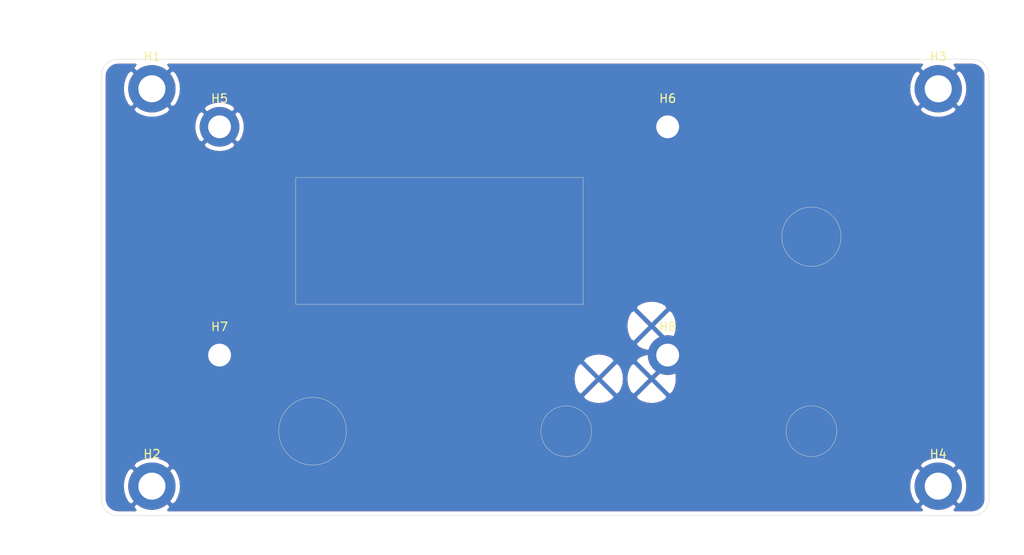
<source format=kicad_pcb>
(kicad_pcb (version 20171130) (host pcbnew 5.1.6-c6e7f7d~86~ubuntu18.04.1)

  (general
    (thickness 1.6)
    (drawings 72)
    (tracks 0)
    (zones 0)
    (modules 8)
    (nets 2)
  )

  (page A4)
  (layers
    (0 F.Cu signal)
    (31 B.Cu signal)
    (32 B.Adhes user)
    (33 F.Adhes user)
    (34 B.Paste user)
    (35 F.Paste user)
    (36 B.SilkS user)
    (37 F.SilkS user)
    (38 B.Mask user)
    (39 F.Mask user)
    (40 Dwgs.User user)
    (41 Cmts.User user)
    (42 Eco1.User user)
    (43 Eco2.User user)
    (44 Edge.Cuts user)
    (45 Margin user)
    (46 B.CrtYd user)
    (47 F.CrtYd user)
    (48 B.Fab user)
    (49 F.Fab user)
  )

  (setup
    (last_trace_width 0.25)
    (trace_clearance 0.2)
    (zone_clearance 0.508)
    (zone_45_only no)
    (trace_min 0.2)
    (via_size 0.8)
    (via_drill 0.4)
    (via_min_size 0.4)
    (via_min_drill 0.3)
    (uvia_size 0.3)
    (uvia_drill 0.1)
    (uvias_allowed no)
    (uvia_min_size 0.2)
    (uvia_min_drill 0.1)
    (edge_width 0.05)
    (segment_width 0.2)
    (pcb_text_width 0.3)
    (pcb_text_size 1.5 1.5)
    (mod_edge_width 0.12)
    (mod_text_size 1 1)
    (mod_text_width 0.15)
    (pad_size 1.524 1.524)
    (pad_drill 0.762)
    (pad_to_mask_clearance 0.05)
    (aux_axis_origin 180 100)
    (grid_origin 180 100)
    (visible_elements FFFFFF7F)
    (pcbplotparams
      (layerselection 0x010fc_ffffffff)
      (usegerberextensions false)
      (usegerberattributes true)
      (usegerberadvancedattributes true)
      (creategerberjobfile true)
      (excludeedgelayer true)
      (linewidth 0.100000)
      (plotframeref false)
      (viasonmask false)
      (mode 1)
      (useauxorigin false)
      (hpglpennumber 1)
      (hpglpenspeed 20)
      (hpglpendiameter 15.000000)
      (psnegative false)
      (psa4output false)
      (plotreference true)
      (plotvalue true)
      (plotinvisibletext false)
      (padsonsilk false)
      (subtractmaskfromsilk false)
      (outputformat 1)
      (mirror false)
      (drillshape 1)
      (scaleselection 1)
      (outputdirectory ""))
  )

  (net 0 "")
  (net 1 GND)

  (net_class Default "This is the default net class."
    (clearance 0.2)
    (trace_width 0.25)
    (via_dia 0.8)
    (via_drill 0.4)
    (uvia_dia 0.3)
    (uvia_drill 0.1)
    (add_net GND)
  )

  (module MountingHole:MountingHole_2.7mm_M2.5_DIN965_Pad (layer F.Cu) (tedit 56D1B4CB) (tstamp 5EED28D8)
    (at 142 81)
    (descr "Mounting Hole 2.7mm, M2.5, DIN965")
    (tags "mounting hole 2.7mm m2.5 din965")
    (path /5EECE4D0)
    (attr virtual)
    (fp_text reference H8 (at 0 -3.35) (layer F.SilkS)
      (effects (font (size 1 1) (thickness 0.15)))
    )
    (fp_text value LCD4 (at 0 3.35) (layer F.Fab)
      (effects (font (size 1 1) (thickness 0.15)))
    )
    (fp_text user %R (at 0.3 0) (layer F.Fab)
      (effects (font (size 1 1) (thickness 0.15)))
    )
    (fp_circle (center 0 0) (end 2.35 0) (layer Cmts.User) (width 0.15))
    (fp_circle (center 0 0) (end 2.6 0) (layer F.CrtYd) (width 0.05))
    (pad 1 thru_hole circle (at 0 0) (size 4.7 4.7) (drill 2.7) (layers *.Cu *.Mask)
      (net 1 GND))
  )

  (module MountingHole:MountingHole_2.7mm_M2.5_DIN965_Pad (layer F.Cu) (tedit 56D1B4CB) (tstamp 5EED28D0)
    (at 89 81)
    (descr "Mounting Hole 2.7mm, M2.5, DIN965")
    (tags "mounting hole 2.7mm m2.5 din965")
    (path /5EECE4C6)
    (attr virtual)
    (fp_text reference H7 (at 0 -3.35) (layer F.SilkS)
      (effects (font (size 1 1) (thickness 0.15)))
    )
    (fp_text value LCD3 (at 0 3.35) (layer F.Fab)
      (effects (font (size 1 1) (thickness 0.15)))
    )
    (fp_text user %R (at 0.3 0) (layer F.Fab)
      (effects (font (size 1 1) (thickness 0.15)))
    )
    (fp_circle (center 0 0) (end 2.35 0) (layer Cmts.User) (width 0.15))
    (fp_circle (center 0 0) (end 2.6 0) (layer F.CrtYd) (width 0.05))
    (pad 1 thru_hole circle (at 0 0) (size 4.7 4.7) (drill 2.7) (layers *.Cu *.Mask)
      (net 1 GND))
  )

  (module MountingHole:MountingHole_2.7mm_M2.5_DIN965_Pad (layer F.Cu) (tedit 56D1B4CB) (tstamp 5EED28C8)
    (at 142 54)
    (descr "Mounting Hole 2.7mm, M2.5, DIN965")
    (tags "mounting hole 2.7mm m2.5 din965")
    (path /5EECE4BC)
    (attr virtual)
    (fp_text reference H6 (at 0 -3.35) (layer F.SilkS)
      (effects (font (size 1 1) (thickness 0.15)))
    )
    (fp_text value LCD2 (at 0 3.35) (layer F.Fab)
      (effects (font (size 1 1) (thickness 0.15)))
    )
    (fp_text user %R (at 0.3 0) (layer F.Fab)
      (effects (font (size 1 1) (thickness 0.15)))
    )
    (fp_circle (center 0 0) (end 2.35 0) (layer Cmts.User) (width 0.15))
    (fp_circle (center 0 0) (end 2.6 0) (layer F.CrtYd) (width 0.05))
    (pad 1 thru_hole circle (at 0 0) (size 4.7 4.7) (drill 2.7) (layers *.Cu *.Mask)
      (net 1 GND))
  )

  (module MountingHole:MountingHole_2.7mm_M2.5_DIN965_Pad (layer F.Cu) (tedit 56D1B4CB) (tstamp 5EED28C0)
    (at 89 54)
    (descr "Mounting Hole 2.7mm, M2.5, DIN965")
    (tags "mounting hole 2.7mm m2.5 din965")
    (path /5EECE4B2)
    (attr virtual)
    (fp_text reference H5 (at 0 -3.35) (layer F.SilkS)
      (effects (font (size 1 1) (thickness 0.15)))
    )
    (fp_text value LCD1 (at 0 3.35) (layer F.Fab)
      (effects (font (size 1 1) (thickness 0.15)))
    )
    (fp_text user %R (at 0.3 0) (layer F.Fab)
      (effects (font (size 1 1) (thickness 0.15)))
    )
    (fp_circle (center 0 0) (end 2.35 0) (layer Cmts.User) (width 0.15))
    (fp_circle (center 0 0) (end 2.6 0) (layer F.CrtYd) (width 0.05))
    (pad 1 thru_hole circle (at 0 0) (size 4.7 4.7) (drill 2.7) (layers *.Cu *.Mask)
      (net 1 GND))
  )

  (module MountingHole:MountingHole_3.2mm_M3_DIN965_Pad (layer F.Cu) (tedit 56D1B4CB) (tstamp 5EED28B8)
    (at 174 96.5)
    (descr "Mounting Hole 3.2mm, M3, DIN965")
    (tags "mounting hole 3.2mm m3 din965")
    (path /5EECDEC4)
    (attr virtual)
    (fp_text reference H4 (at 0 -3.8) (layer F.SilkS)
      (effects (font (size 1 1) (thickness 0.15)))
    )
    (fp_text value PL4 (at 0 3.8) (layer F.Fab)
      (effects (font (size 1 1) (thickness 0.15)))
    )
    (fp_text user %R (at 0.3 0) (layer F.Fab)
      (effects (font (size 1 1) (thickness 0.15)))
    )
    (fp_circle (center 0 0) (end 2.8 0) (layer Cmts.User) (width 0.15))
    (fp_circle (center 0 0) (end 3.05 0) (layer F.CrtYd) (width 0.05))
    (pad 1 thru_hole circle (at 0 0) (size 5.6 5.6) (drill 3.2) (layers *.Cu *.Mask)
      (net 1 GND))
  )

  (module MountingHole:MountingHole_3.2mm_M3_DIN965_Pad (layer F.Cu) (tedit 56D1B4CB) (tstamp 5EED28B0)
    (at 174 49.5)
    (descr "Mounting Hole 3.2mm, M3, DIN965")
    (tags "mounting hole 3.2mm m3 din965")
    (path /5EECD60E)
    (attr virtual)
    (fp_text reference H3 (at 0 -3.8) (layer F.SilkS)
      (effects (font (size 1 1) (thickness 0.15)))
    )
    (fp_text value PL3 (at 0 3.8) (layer F.Fab)
      (effects (font (size 1 1) (thickness 0.15)))
    )
    (fp_text user %R (at 0.3 0) (layer F.Fab)
      (effects (font (size 1 1) (thickness 0.15)))
    )
    (fp_circle (center 0 0) (end 2.8 0) (layer Cmts.User) (width 0.15))
    (fp_circle (center 0 0) (end 3.05 0) (layer F.CrtYd) (width 0.05))
    (pad 1 thru_hole circle (at 0 0) (size 5.6 5.6) (drill 3.2) (layers *.Cu *.Mask)
      (net 1 GND))
  )

  (module MountingHole:MountingHole_3.2mm_M3_DIN965_Pad (layer F.Cu) (tedit 56D1B4CB) (tstamp 5EED28A8)
    (at 81 96.5)
    (descr "Mounting Hole 3.2mm, M3, DIN965")
    (tags "mounting hole 3.2mm m3 din965")
    (path /5EECD0F7)
    (attr virtual)
    (fp_text reference H2 (at 0 -3.8) (layer F.SilkS)
      (effects (font (size 1 1) (thickness 0.15)))
    )
    (fp_text value PL2 (at 0 3.8) (layer F.Fab)
      (effects (font (size 1 1) (thickness 0.15)))
    )
    (fp_text user %R (at 0.3 0) (layer F.Fab)
      (effects (font (size 1 1) (thickness 0.15)))
    )
    (fp_circle (center 0 0) (end 2.8 0) (layer Cmts.User) (width 0.15))
    (fp_circle (center 0 0) (end 3.05 0) (layer F.CrtYd) (width 0.05))
    (pad 1 thru_hole circle (at 0 0) (size 5.6 5.6) (drill 3.2) (layers *.Cu *.Mask)
      (net 1 GND))
  )

  (module MountingHole:MountingHole_3.2mm_M3_DIN965_Pad (layer F.Cu) (tedit 56D1B4CB) (tstamp 5EED28A0)
    (at 81 49.5)
    (descr "Mounting Hole 3.2mm, M3, DIN965")
    (tags "mounting hole 3.2mm m3 din965")
    (path /5EECCECE)
    (attr virtual)
    (fp_text reference H1 (at 0 -3.8) (layer F.SilkS)
      (effects (font (size 1 1) (thickness 0.15)))
    )
    (fp_text value PL1 (at 0 3.8) (layer F.Fab)
      (effects (font (size 1 1) (thickness 0.15)))
    )
    (fp_text user %R (at 0.3 0) (layer F.Fab)
      (effects (font (size 1 1) (thickness 0.15)))
    )
    (fp_circle (center 0 0) (end 2.8 0) (layer Cmts.User) (width 0.15))
    (fp_circle (center 0 0) (end 3.05 0) (layer F.CrtYd) (width 0.05))
    (pad 1 thru_hole circle (at 0 0) (size 5.6 5.6) (drill 3.2) (layers *.Cu *.Mask)
      (net 1 GND))
  )

  (gr_text "4 x M2.5" (at 148.5 54.5) (layer Cmts.User)
    (effects (font (size 1 1) (thickness 0.15)))
  )
  (gr_text M7 (at 159 67) (layer Cmts.User)
    (effects (font (size 1 1) (thickness 0.15)))
  )
  (gr_text M6 (at 159 90) (layer Cmts.User)
    (effects (font (size 1 1) (thickness 0.15)))
  )
  (gr_text M6 (at 130 90) (layer Cmts.User)
    (effects (font (size 1 1) (thickness 0.15)))
  )
  (gr_text M8/M9 (at 100 90) (layer Cmts.User)
    (effects (font (size 1 1) (thickness 0.15)))
  )
  (gr_line (start 116 96) (end 93 96) (layer Eco1.User) (width 0.15) (tstamp 5EED2B4E))
  (gr_line (start 116 84) (end 116 96) (layer Eco1.User) (width 0.15))
  (gr_line (start 93 84) (end 116 84) (layer Eco1.User) (width 0.15))
  (gr_line (start 124 93) (end 124 87) (layer Eco1.User) (width 0.15) (tstamp 5EED2B4D))
  (gr_line (start 136 93) (end 124 93) (layer Eco1.User) (width 0.15))
  (gr_line (start 136 87) (end 136 93) (layer Eco1.User) (width 0.15))
  (gr_line (start 124 87) (end 136 87) (layer Eco1.User) (width 0.15))
  (dimension 57 (width 0.15) (layer F.Fab)
    (gr_text "57,000 mm" (at 103.5 73.7) (layer F.Fab)
      (effects (font (size 1 1) (thickness 0.15)))
    )
    (feature1 (pts (xy 75 75) (xy 75 74.413579)))
    (feature2 (pts (xy 132 75) (xy 132 74.413579)))
    (crossbar (pts (xy 132 75) (xy 75 75)))
    (arrow1a (pts (xy 75 75) (xy 76.126504 74.413579)))
    (arrow1b (pts (xy 75 75) (xy 76.126504 75.586421)))
    (arrow2a (pts (xy 132 75) (xy 130.873496 74.413579)))
    (arrow2b (pts (xy 132 75) (xy 130.873496 75.586421)))
  )
  (dimension 25 (width 0.15) (layer F.Fab)
    (gr_text "25,000 mm" (at 127.7 87.5 270) (layer F.Fab)
      (effects (font (size 1 1) (thickness 0.15)))
    )
    (feature1 (pts (xy 132 100) (xy 128.413579 100)))
    (feature2 (pts (xy 132 75) (xy 128.413579 75)))
    (crossbar (pts (xy 129 75) (xy 129 100)))
    (arrow1a (pts (xy 129 100) (xy 128.413579 98.873496)))
    (arrow1b (pts (xy 129 100) (xy 129.586421 98.873496)))
    (arrow2a (pts (xy 129 75) (xy 128.413579 76.126504)))
    (arrow2b (pts (xy 129 75) (xy 129.586421 76.126504)))
  )
  (dimension 23 (width 0.15) (layer F.Fab)
    (gr_text "23,000 mm" (at 86.5 58.7) (layer F.Fab)
      (effects (font (size 1 1) (thickness 0.15)))
    )
    (feature1 (pts (xy 75 60) (xy 75 59.413579)))
    (feature2 (pts (xy 98 60) (xy 98 59.413579)))
    (crossbar (pts (xy 98 60) (xy 75 60)))
    (arrow1a (pts (xy 75 60) (xy 76.126504 59.413579)))
    (arrow1b (pts (xy 75 60) (xy 76.126504 60.586421)))
    (arrow2a (pts (xy 98 60) (xy 96.873496 59.413579)))
    (arrow2b (pts (xy 98 60) (xy 96.873496 60.586421)))
  )
  (dimension 40 (width 0.15) (layer F.Fab)
    (gr_text "40,000 mm" (at 130.7 80 270) (layer F.Fab) (tstamp 5EED2B92)
      (effects (font (size 1 1) (thickness 0.15)))
    )
    (feature1 (pts (xy 132 100) (xy 131.413579 100)))
    (feature2 (pts (xy 132 60) (xy 131.413579 60)))
    (crossbar (pts (xy 132 60) (xy 132 100)))
    (arrow1a (pts (xy 132 100) (xy 131.413579 98.873496)))
    (arrow1b (pts (xy 132 100) (xy 132.586421 98.873496)))
    (arrow2a (pts (xy 132 60) (xy 131.413579 61.126504)))
    (arrow2b (pts (xy 132 60) (xy 132.586421 61.126504)))
  )
  (gr_line (start 98 60) (end 98 75) (layer Edge.Cuts) (width 0.05) (tstamp 5EED2AF9))
  (gr_line (start 132 60) (end 132 75) (layer Edge.Cuts) (width 0.05) (tstamp 5EED2AF8))
  (gr_line (start 98 75) (end 132 75) (layer Edge.Cuts) (width 0.05) (tstamp 5EED2AF4))
  (gr_line (start 98 60) (end 132 60) (layer Edge.Cuts) (width 0.05))
  (gr_circle (center 130 90) (end 133 90) (layer Edge.Cuts) (width 0.05))
  (dimension 55 (width 0.15) (layer F.Fab)
    (gr_text "55,000 mm" (at 102.5 105.3) (layer F.Fab)
      (effects (font (size 1 1) (thickness 0.15)))
    )
    (feature1 (pts (xy 130 100) (xy 130 104.586421)))
    (feature2 (pts (xy 75 100) (xy 75 104.586421)))
    (crossbar (pts (xy 75 104) (xy 130 104)))
    (arrow1a (pts (xy 130 104) (xy 128.873496 104.586421)))
    (arrow1b (pts (xy 130 104) (xy 128.873496 103.413579)))
    (arrow2a (pts (xy 75 104) (xy 76.126504 104.586421)))
    (arrow2b (pts (xy 75 104) (xy 76.126504 103.413579)))
  )
  (dimension 21 (width 0.15) (layer F.Fab)
    (gr_text "21,000 mm" (at 169.5 103.299999) (layer F.Fab)
      (effects (font (size 1 1) (thickness 0.15)))
    )
    (feature1 (pts (xy 159 100) (xy 159 102.58642)))
    (feature2 (pts (xy 180 100) (xy 180 102.58642)))
    (crossbar (pts (xy 180 101.999999) (xy 159 101.999999)))
    (arrow1a (pts (xy 159 101.999999) (xy 160.126504 101.413578)))
    (arrow1b (pts (xy 159 101.999999) (xy 160.126504 102.58642)))
    (arrow2a (pts (xy 180 101.999999) (xy 178.873496 101.413578)))
    (arrow2b (pts (xy 180 101.999999) (xy 178.873496 102.58642)))
  )
  (dimension 25 (width 0.15) (layer F.Fab)
    (gr_text "25,000 mm" (at 87.5 103.3) (layer F.Fab)
      (effects (font (size 1 1) (thickness 0.15)))
    )
    (feature1 (pts (xy 100 100) (xy 100 102.586421)))
    (feature2 (pts (xy 75 100) (xy 75 102.586421)))
    (crossbar (pts (xy 75 102) (xy 100 102)))
    (arrow1a (pts (xy 100 102) (xy 98.873496 102.586421)))
    (arrow1b (pts (xy 100 102) (xy 98.873496 101.413579)))
    (arrow2a (pts (xy 75 102) (xy 76.126504 102.586421)))
    (arrow2b (pts (xy 75 102) (xy 76.126504 101.413579)))
  )
  (gr_line (start 93 84) (end 109 84) (layer Eco1.User) (width 0.15) (tstamp 5EED2AC4))
  (gr_line (start 93 96) (end 93 84) (layer Eco1.User) (width 0.15))
  (gr_line (start 109 96) (end 93 96) (layer Eco1.User) (width 0.15))
  (gr_line (start 109 84) (end 109 96) (layer Eco1.User) (width 0.15))
  (gr_circle (center 100 90) (end 104 90) (layer Edge.Cuts) (width 0.05))
  (gr_line (start 155.5 96.5) (end 162.5 96.5) (layer Eco1.User) (width 0.15))
  (gr_line (start 155.5 83.5) (end 155.5 96.5) (layer Eco1.User) (width 0.15))
  (gr_line (start 162.5 83.5) (end 155.5 83.5) (layer Eco1.User) (width 0.15))
  (gr_line (start 162.5 96.5) (end 162.5 83.5) (layer Eco1.User) (width 0.15))
  (gr_line (start 164 95.5) (end 164 97.5) (layer Eco1.User) (width 0.15) (tstamp 5EED2A91))
  (dimension 33 (width 0.15) (layer F.Fab)
    (gr_text "33,000 mm" (at 182.8 83.5 270) (layer F.Fab)
      (effects (font (size 1 1) (thickness 0.15)))
    )
    (feature1 (pts (xy 180 100) (xy 182.086421 100)))
    (feature2 (pts (xy 180 67) (xy 182.086421 67)))
    (crossbar (pts (xy 181.5 67) (xy 181.5 100)))
    (arrow1a (pts (xy 181.5 100) (xy 180.913579 98.873496)))
    (arrow1b (pts (xy 181.5 100) (xy 182.086421 98.873496)))
    (arrow2a (pts (xy 181.5 67) (xy 180.913579 68.126504)))
    (arrow2b (pts (xy 181.5 67) (xy 182.086421 68.126504)))
  )
  (dimension 10 (width 0.15) (layer F.Fab)
    (gr_text "10,000 mm" (at 72.2 95 270) (layer F.Fab) (tstamp 5EED2B14)
      (effects (font (size 1 1) (thickness 0.15)))
    )
    (feature1 (pts (xy 75 100) (xy 72.913579 100)))
    (feature2 (pts (xy 75 90) (xy 72.913579 90)))
    (crossbar (pts (xy 73.5 90) (xy 73.5 100)))
    (arrow1a (pts (xy 73.5 100) (xy 72.913579 98.873496)))
    (arrow1b (pts (xy 73.5 100) (xy 74.086421 98.873496)))
    (arrow2a (pts (xy 73.5 90) (xy 72.913579 91.126504)))
    (arrow2b (pts (xy 73.5 90) (xy 74.086421 91.126504)))
  )
  (dimension 19 (width 0.15) (layer F.Fab)
    (gr_text "19,000 mm" (at 69.2 90.5 90) (layer F.Fab)
      (effects (font (size 1 1) (thickness 0.15)))
    )
    (feature1 (pts (xy 75 81) (xy 69.913579 81)))
    (feature2 (pts (xy 75 100) (xy 69.913579 100)))
    (crossbar (pts (xy 70.5 100) (xy 70.5 81)))
    (arrow1a (pts (xy 70.5 81) (xy 71.086421 82.126504)))
    (arrow1b (pts (xy 70.5 81) (xy 69.913579 82.126504)))
    (arrow2a (pts (xy 70.5 100) (xy 71.086421 98.873496)))
    (arrow2b (pts (xy 70.5 100) (xy 69.913579 98.873496)))
  )
  (dimension 67 (width 0.15) (layer F.Fab)
    (gr_text "67,000 mm" (at 108.5 39.7) (layer F.Fab)
      (effects (font (size 1 1) (thickness 0.15)))
    )
    (feature1 (pts (xy 142 46) (xy 142 40.413579)))
    (feature2 (pts (xy 75 46) (xy 75 40.413579)))
    (crossbar (pts (xy 75 41) (xy 142 41)))
    (arrow1a (pts (xy 142 41) (xy 140.873496 41.586421)))
    (arrow1b (pts (xy 142 41) (xy 140.873496 40.413579)))
    (arrow2a (pts (xy 75 41) (xy 76.126504 41.586421)))
    (arrow2b (pts (xy 75 41) (xy 76.126504 40.413579)))
  )
  (dimension 46 (width 0.15) (layer F.Fab)
    (gr_text "46,000 mm" (at 66.7 77 270) (layer F.Fab)
      (effects (font (size 1 1) (thickness 0.15)))
    )
    (feature1 (pts (xy 75 100) (xy 67.413579 100)))
    (feature2 (pts (xy 75 54) (xy 67.413579 54)))
    (crossbar (pts (xy 68 54) (xy 68 100)))
    (arrow1a (pts (xy 68 100) (xy 67.413579 98.873496)))
    (arrow1b (pts (xy 68 100) (xy 68.586421 98.873496)))
    (arrow2a (pts (xy 68 54) (xy 67.413579 55.126504)))
    (arrow2b (pts (xy 68 54) (xy 68.586421 55.126504)))
  )
  (dimension 14 (width 0.15) (layer F.Fab)
    (gr_text "14,000 mm" (at 82 42.7) (layer F.Fab)
      (effects (font (size 1 1) (thickness 0.15)))
    )
    (feature1 (pts (xy 89 46) (xy 89 43.413579)))
    (feature2 (pts (xy 75 46) (xy 75 43.413579)))
    (crossbar (pts (xy 75 44) (xy 89 44)))
    (arrow1a (pts (xy 89 44) (xy 87.873496 44.586421)))
    (arrow1b (pts (xy 89 44) (xy 87.873496 43.413579)))
    (arrow2a (pts (xy 75 44) (xy 76.126504 44.586421)))
    (arrow2b (pts (xy 75 44) (xy 76.126504 43.413579)))
  )
  (gr_line (start 170 95.5) (end 164 95.5) (layer Eco1.User) (width 0.15) (tstamp 5EED2A75))
  (gr_line (start 170 95.5) (end 170 93) (layer Eco1.User) (width 0.15) (tstamp 5EED2A72))
  (gr_line (start 175.5 93) (end 170 93) (layer Eco1.User) (width 0.15) (tstamp 5EED2A6D))
  (gr_line (start 175.5 93) (end 175.5 53) (layer Eco1.User) (width 0.15) (tstamp 5EED2A6A))
  (gr_line (start 170 53) (end 175.5 53) (layer Eco1.User) (width 0.15) (tstamp 5EED2A67))
  (gr_line (start 170 53) (end 170 50.5) (layer Eco1.User) (width 0.15) (tstamp 5EED2A5C))
  (gr_line (start 85 53) (end 85 50.5) (layer Eco1.User) (width 0.15) (tstamp 5EED2A42))
  (gr_line (start 79.5 53) (end 85 53) (layer Eco1.User) (width 0.15))
  (gr_line (start 79.5 93) (end 79.5 53) (layer Eco1.User) (width 0.15))
  (gr_line (start 85 93) (end 80 93) (layer Eco1.User) (width 0.15))
  (gr_line (start 85 95.5) (end 85 93) (layer Eco1.User) (width 0.15))
  (gr_line (start 91.5 95.5) (end 85 95.5) (layer Eco1.User) (width 0.15))
  (gr_line (start 91.5 97.5) (end 91.5 95.5) (layer Eco1.User) (width 0.15))
  (gr_line (start 180 67) (end 75 67) (layer Dwgs.User) (width 0.15))
  (gr_line (start 159 100) (end 159 46) (layer Dwgs.User) (width 0.15))
  (gr_line (start 75 90) (end 180 90) (layer Dwgs.User) (width 0.15))
  (gr_line (start 91.5 97.5) (end 164 97.5) (layer Eco1.User) (width 0.15))
  (gr_circle (center 159 90) (end 162 90) (layer Edge.Cuts) (width 0.05))
  (gr_circle (center 159 67) (end 162.5 67) (layer Edge.Cuts) (width 0.05))
  (gr_line (start 86.5 83.5) (end 86.5 51.5) (layer Eco1.User) (width 0.15) (tstamp 5EED29BE))
  (gr_line (start 144.5 83.5) (end 86.5 83.5) (layer Eco1.User) (width 0.15))
  (gr_line (start 144.5 51.5) (end 144.5 83.5) (layer Eco1.User) (width 0.15))
  (gr_line (start 86.5 51.5) (end 144.5 51.5) (layer Eco1.User) (width 0.15))
  (gr_line (start 85 50.5) (end 170 50.5) (layer Eco1.User) (width 0.15))
  (gr_arc (start 178 98) (end 178 100) (angle -90) (layer Edge.Cuts) (width 0.05))
  (gr_arc (start 77 98) (end 75 98) (angle -90) (layer Edge.Cuts) (width 0.05))
  (gr_arc (start 77 48) (end 77 46) (angle -90) (layer Edge.Cuts) (width 0.05))
  (gr_arc (start 178 48) (end 180 48) (angle -90) (layer Edge.Cuts) (width 0.05))
  (gr_line (start 180 48) (end 180 98) (layer Edge.Cuts) (width 0.05) (tstamp 5EED2860))
  (gr_line (start 77 46) (end 178 46) (layer Edge.Cuts) (width 0.05))
  (gr_line (start 75 98) (end 75 48) (layer Edge.Cuts) (width 0.05))
  (gr_line (start 178 100) (end 77 100) (layer Edge.Cuts) (width 0.05))

  (zone (net 1) (net_name GND) (layer F.Cu) (tstamp 0) (hatch edge 0.508)
    (connect_pads (clearance 0.508))
    (min_thickness 0.254)
    (fill yes (arc_segments 32) (thermal_gap 0.508) (thermal_bridge_width 0.508))
    (polygon
      (pts
        (xy 180 100) (xy 75 100) (xy 75 46) (xy 180 46)
      )
    )
    (filled_polygon
      (pts
        (xy 78.763124 47.083519) (xy 81 49.320395) (xy 83.236876 47.083519) (xy 82.942209 46.66) (xy 172.057791 46.66)
        (xy 171.763124 47.083519) (xy 174 49.320395) (xy 176.236876 47.083519) (xy 175.942209 46.66) (xy 177.967721 46.66)
        (xy 178.259659 46.688625) (xy 178.509429 46.764035) (xy 178.739792 46.886522) (xy 178.94198 47.051422) (xy 179.108286 47.25245)
        (xy 179.232378 47.481954) (xy 179.309531 47.731195) (xy 179.34 48.021088) (xy 179.340001 97.967711) (xy 179.311375 98.25966)
        (xy 179.235965 98.509429) (xy 179.113477 98.739794) (xy 178.948579 98.941979) (xy 178.747546 99.108288) (xy 178.518046 99.232378)
        (xy 178.268805 99.309531) (xy 177.978911 99.34) (xy 175.942209 99.34) (xy 176.236876 98.916481) (xy 174 96.679605)
        (xy 171.763124 98.916481) (xy 172.057791 99.34) (xy 82.942209 99.34) (xy 83.236876 98.916481) (xy 81 96.679605)
        (xy 78.763124 98.916481) (xy 79.057791 99.34) (xy 77.032279 99.34) (xy 76.74034 99.311375) (xy 76.490571 99.235965)
        (xy 76.260206 99.113477) (xy 76.058021 98.948579) (xy 75.891712 98.747546) (xy 75.767622 98.518046) (xy 75.690469 98.268805)
        (xy 75.66 97.978911) (xy 75.66 96.491484) (xy 77.54839 96.491484) (xy 77.613051 97.165023) (xy 77.80787 97.813006)
        (xy 78.125361 98.41053) (xy 78.134823 98.424692) (xy 78.583519 98.736876) (xy 80.820395 96.5) (xy 81.179605 96.5)
        (xy 83.416481 98.736876) (xy 83.865177 98.424692) (xy 84.185612 97.828741) (xy 84.383626 97.181727) (xy 84.45161 96.508516)
        (xy 84.449975 96.491484) (xy 170.54839 96.491484) (xy 170.613051 97.165023) (xy 170.80787 97.813006) (xy 171.125361 98.41053)
        (xy 171.134823 98.424692) (xy 171.583519 98.736876) (xy 173.820395 96.5) (xy 174.179605 96.5) (xy 176.416481 98.736876)
        (xy 176.865177 98.424692) (xy 177.185612 97.828741) (xy 177.383626 97.181727) (xy 177.45161 96.508516) (xy 177.386949 95.834977)
        (xy 177.19213 95.186994) (xy 176.874639 94.58947) (xy 176.865177 94.575308) (xy 176.416481 94.263124) (xy 174.179605 96.5)
        (xy 173.820395 96.5) (xy 171.583519 94.263124) (xy 171.134823 94.575308) (xy 170.814388 95.171259) (xy 170.616374 95.818273)
        (xy 170.54839 96.491484) (xy 84.449975 96.491484) (xy 84.386949 95.834977) (xy 84.19213 95.186994) (xy 83.874639 94.58947)
        (xy 83.865177 94.575308) (xy 83.416481 94.263124) (xy 81.179605 96.5) (xy 80.820395 96.5) (xy 78.583519 94.263124)
        (xy 78.134823 94.575308) (xy 77.814388 95.171259) (xy 77.616374 95.818273) (xy 77.54839 96.491484) (xy 75.66 96.491484)
        (xy 75.66 94.083519) (xy 78.763124 94.083519) (xy 81 96.320395) (xy 83.236876 94.083519) (xy 171.763124 94.083519)
        (xy 174 96.320395) (xy 176.236876 94.083519) (xy 175.924692 93.634823) (xy 175.328741 93.314388) (xy 174.681727 93.116374)
        (xy 174.008516 93.04839) (xy 173.334977 93.113051) (xy 172.686994 93.30787) (xy 172.08947 93.625361) (xy 172.075308 93.634823)
        (xy 171.763124 94.083519) (xy 83.236876 94.083519) (xy 82.924692 93.634823) (xy 82.328741 93.314388) (xy 81.681727 93.116374)
        (xy 81.008516 93.04839) (xy 80.334977 93.113051) (xy 79.686994 93.30787) (xy 79.08947 93.625361) (xy 79.075308 93.634823)
        (xy 78.763124 94.083519) (xy 75.66 94.083519) (xy 75.66 85.896468) (xy 131.933137 85.896468) (xy 132.191298 86.299073)
        (xy 132.710715 86.574651) (xy 133.273913 86.743601) (xy 133.85925 86.79943) (xy 134.444233 86.739992) (xy 135.006379 86.567571)
        (xy 135.508702 86.299073) (xy 135.766863 85.896468) (xy 138.183137 85.896468) (xy 138.441298 86.299073) (xy 138.960715 86.574651)
        (xy 139.523913 86.743601) (xy 140.10925 86.79943) (xy 140.694233 86.739992) (xy 141.256379 86.567571) (xy 141.758702 86.299073)
        (xy 142.016863 85.896468) (xy 140.1 83.979605) (xy 138.183137 85.896468) (xy 135.766863 85.896468) (xy 133.85 83.979605)
        (xy 131.933137 85.896468) (xy 75.66 85.896468) (xy 75.66 83.80925) (xy 130.85057 83.80925) (xy 130.910008 84.394233)
        (xy 131.082429 84.956379) (xy 131.350927 85.458702) (xy 131.753532 85.716863) (xy 133.670395 83.8) (xy 134.029605 83.8)
        (xy 135.946468 85.716863) (xy 136.349073 85.458702) (xy 136.624651 84.939285) (xy 136.793601 84.376087) (xy 136.847665 83.80925)
        (xy 137.10057 83.80925) (xy 137.160008 84.394233) (xy 137.332429 84.956379) (xy 137.600927 85.458702) (xy 138.003532 85.716863)
        (xy 139.920395 83.8) (xy 140.279605 83.8) (xy 142.196468 85.716863) (xy 142.599073 85.458702) (xy 142.874651 84.939285)
        (xy 143.043601 84.376087) (xy 143.09943 83.79075) (xy 143.039992 83.205767) (xy 142.867571 82.643621) (xy 142.599073 82.141298)
        (xy 142.196468 81.883137) (xy 140.279605 83.8) (xy 139.920395 83.8) (xy 138.003532 81.883137) (xy 137.600927 82.141298)
        (xy 137.325349 82.660715) (xy 137.156399 83.223913) (xy 137.10057 83.80925) (xy 136.847665 83.80925) (xy 136.84943 83.79075)
        (xy 136.789992 83.205767) (xy 136.617571 82.643621) (xy 136.349073 82.141298) (xy 135.946468 81.883137) (xy 134.029605 83.8)
        (xy 133.670395 83.8) (xy 131.753532 81.883137) (xy 131.350927 82.141298) (xy 131.075349 82.660715) (xy 130.906399 83.223913)
        (xy 130.85057 83.80925) (xy 75.66 83.80925) (xy 75.66 81.703532) (xy 131.933137 81.703532) (xy 133.85 83.620395)
        (xy 135.766863 81.703532) (xy 138.183137 81.703532) (xy 140.1 83.620395) (xy 142.016863 81.703532) (xy 141.758702 81.300927)
        (xy 141.239285 81.025349) (xy 140.676087 80.856399) (xy 140.09075 80.80057) (xy 139.505767 80.860008) (xy 138.943621 81.032429)
        (xy 138.441298 81.300927) (xy 138.183137 81.703532) (xy 135.766863 81.703532) (xy 135.508702 81.300927) (xy 134.989285 81.025349)
        (xy 134.426087 80.856399) (xy 133.84075 80.80057) (xy 133.255767 80.860008) (xy 132.693621 81.032429) (xy 132.191298 81.300927)
        (xy 131.933137 81.703532) (xy 75.66 81.703532) (xy 75.66 79.646468) (xy 138.183137 79.646468) (xy 138.441298 80.049073)
        (xy 138.960715 80.324651) (xy 139.523913 80.493601) (xy 140.10925 80.54943) (xy 140.694233 80.489992) (xy 141.256379 80.317571)
        (xy 141.758702 80.049073) (xy 142.016863 79.646468) (xy 140.1 77.729605) (xy 138.183137 79.646468) (xy 75.66 79.646468)
        (xy 75.66 77.55925) (xy 137.10057 77.55925) (xy 137.160008 78.144233) (xy 137.332429 78.706379) (xy 137.600927 79.208702)
        (xy 138.003532 79.466863) (xy 139.920395 77.55) (xy 140.279605 77.55) (xy 142.196468 79.466863) (xy 142.599073 79.208702)
        (xy 142.874651 78.689285) (xy 143.043601 78.126087) (xy 143.09943 77.54075) (xy 143.039992 76.955767) (xy 142.867571 76.393621)
        (xy 142.599073 75.891298) (xy 142.196468 75.633137) (xy 140.279605 77.55) (xy 139.920395 77.55) (xy 138.003532 75.633137)
        (xy 137.600927 75.891298) (xy 137.325349 76.410715) (xy 137.156399 76.973913) (xy 137.10057 77.55925) (xy 75.66 77.55925)
        (xy 75.66 75.453532) (xy 138.183137 75.453532) (xy 140.1 77.370395) (xy 142.016863 75.453532) (xy 141.758702 75.050927)
        (xy 141.239285 74.775349) (xy 140.676087 74.606399) (xy 140.09075 74.55057) (xy 139.505767 74.610008) (xy 138.943621 74.782429)
        (xy 138.441298 75.050927) (xy 138.183137 75.453532) (xy 75.66 75.453532) (xy 75.66 56.096468) (xy 87.083137 56.096468)
        (xy 87.341298 56.499073) (xy 87.860715 56.774651) (xy 88.423913 56.943601) (xy 89.00925 56.99943) (xy 89.594233 56.939992)
        (xy 90.156379 56.767571) (xy 90.658702 56.499073) (xy 90.916863 56.096468) (xy 89 54.179605) (xy 87.083137 56.096468)
        (xy 75.66 56.096468) (xy 75.66 54.00925) (xy 86.00057 54.00925) (xy 86.060008 54.594233) (xy 86.232429 55.156379)
        (xy 86.500927 55.658702) (xy 86.903532 55.916863) (xy 88.820395 54) (xy 89.179605 54) (xy 91.096468 55.916863)
        (xy 91.499073 55.658702) (xy 91.774651 55.139285) (xy 91.943601 54.576087) (xy 91.99943 53.99075) (xy 91.939992 53.405767)
        (xy 91.767571 52.843621) (xy 91.499073 52.341298) (xy 91.096468 52.083137) (xy 89.179605 54) (xy 88.820395 54)
        (xy 86.903532 52.083137) (xy 86.500927 52.341298) (xy 86.225349 52.860715) (xy 86.056399 53.423913) (xy 86.00057 54.00925)
        (xy 75.66 54.00925) (xy 75.66 51.916481) (xy 78.763124 51.916481) (xy 79.075308 52.365177) (xy 79.671259 52.685612)
        (xy 80.318273 52.883626) (xy 80.991484 52.95161) (xy 81.665023 52.886949) (xy 82.313006 52.69213) (xy 82.91053 52.374639)
        (xy 82.924692 52.365177) (xy 83.236876 51.916481) (xy 83.223927 51.903532) (xy 87.083137 51.903532) (xy 89 53.820395)
        (xy 90.903914 51.916481) (xy 171.763124 51.916481) (xy 172.075308 52.365177) (xy 172.671259 52.685612) (xy 173.318273 52.883626)
        (xy 173.991484 52.95161) (xy 174.665023 52.886949) (xy 175.313006 52.69213) (xy 175.91053 52.374639) (xy 175.924692 52.365177)
        (xy 176.236876 51.916481) (xy 174 49.679605) (xy 171.763124 51.916481) (xy 90.903914 51.916481) (xy 90.916863 51.903532)
        (xy 90.658702 51.500927) (xy 90.139285 51.225349) (xy 89.576087 51.056399) (xy 88.99075 51.00057) (xy 88.405767 51.060008)
        (xy 87.843621 51.232429) (xy 87.341298 51.500927) (xy 87.083137 51.903532) (xy 83.223927 51.903532) (xy 81 49.679605)
        (xy 78.763124 51.916481) (xy 75.66 51.916481) (xy 75.66 49.491484) (xy 77.54839 49.491484) (xy 77.613051 50.165023)
        (xy 77.80787 50.813006) (xy 78.125361 51.41053) (xy 78.134823 51.424692) (xy 78.583519 51.736876) (xy 80.820395 49.5)
        (xy 81.179605 49.5) (xy 83.416481 51.736876) (xy 83.865177 51.424692) (xy 84.185612 50.828741) (xy 84.383626 50.181727)
        (xy 84.45161 49.508516) (xy 84.449975 49.491484) (xy 170.54839 49.491484) (xy 170.613051 50.165023) (xy 170.80787 50.813006)
        (xy 171.125361 51.41053) (xy 171.134823 51.424692) (xy 171.583519 51.736876) (xy 173.820395 49.5) (xy 174.179605 49.5)
        (xy 176.416481 51.736876) (xy 176.865177 51.424692) (xy 177.185612 50.828741) (xy 177.383626 50.181727) (xy 177.45161 49.508516)
        (xy 177.386949 48.834977) (xy 177.19213 48.186994) (xy 176.874639 47.58947) (xy 176.865177 47.575308) (xy 176.416481 47.263124)
        (xy 174.179605 49.5) (xy 173.820395 49.5) (xy 171.583519 47.263124) (xy 171.134823 47.575308) (xy 170.814388 48.171259)
        (xy 170.616374 48.818273) (xy 170.54839 49.491484) (xy 84.449975 49.491484) (xy 84.386949 48.834977) (xy 84.19213 48.186994)
        (xy 83.874639 47.58947) (xy 83.865177 47.575308) (xy 83.416481 47.263124) (xy 81.179605 49.5) (xy 80.820395 49.5)
        (xy 78.583519 47.263124) (xy 78.134823 47.575308) (xy 77.814388 48.171259) (xy 77.616374 48.818273) (xy 77.54839 49.491484)
        (xy 75.66 49.491484) (xy 75.66 48.032279) (xy 75.688625 47.740341) (xy 75.764035 47.490571) (xy 75.886522 47.260208)
        (xy 76.051422 47.05802) (xy 76.25245 46.891714) (xy 76.481954 46.767622) (xy 76.731195 46.690469) (xy 77.021088 46.66)
        (xy 79.057791 46.66)
      )
    )
  )
  (zone (net 1) (net_name GND) (layer B.Cu) (tstamp 0) (hatch edge 0.508)
    (connect_pads (clearance 0.508))
    (min_thickness 0.254)
    (fill yes (arc_segments 32) (thermal_gap 0.508) (thermal_bridge_width 0.508))
    (polygon
      (pts
        (xy 180 100) (xy 75 100) (xy 75 46) (xy 180 46)
      )
    )
    (filled_polygon
      (pts
        (xy 78.763124 47.083519) (xy 81 49.320395) (xy 83.236876 47.083519) (xy 82.942209 46.66) (xy 172.057791 46.66)
        (xy 171.763124 47.083519) (xy 174 49.320395) (xy 176.236876 47.083519) (xy 175.942209 46.66) (xy 177.967721 46.66)
        (xy 178.259659 46.688625) (xy 178.509429 46.764035) (xy 178.739792 46.886522) (xy 178.94198 47.051422) (xy 179.108286 47.25245)
        (xy 179.232378 47.481954) (xy 179.309531 47.731195) (xy 179.34 48.021088) (xy 179.340001 97.967711) (xy 179.311375 98.25966)
        (xy 179.235965 98.509429) (xy 179.113477 98.739794) (xy 178.948579 98.941979) (xy 178.747546 99.108288) (xy 178.518046 99.232378)
        (xy 178.268805 99.309531) (xy 177.978911 99.34) (xy 175.942209 99.34) (xy 176.236876 98.916481) (xy 174 96.679605)
        (xy 171.763124 98.916481) (xy 172.057791 99.34) (xy 82.942209 99.34) (xy 83.236876 98.916481) (xy 81 96.679605)
        (xy 78.763124 98.916481) (xy 79.057791 99.34) (xy 77.032279 99.34) (xy 76.74034 99.311375) (xy 76.490571 99.235965)
        (xy 76.260206 99.113477) (xy 76.058021 98.948579) (xy 75.891712 98.747546) (xy 75.767622 98.518046) (xy 75.690469 98.268805)
        (xy 75.66 97.978911) (xy 75.66 96.491484) (xy 77.54839 96.491484) (xy 77.613051 97.165023) (xy 77.80787 97.813006)
        (xy 78.125361 98.41053) (xy 78.134823 98.424692) (xy 78.583519 98.736876) (xy 80.820395 96.5) (xy 81.179605 96.5)
        (xy 83.416481 98.736876) (xy 83.865177 98.424692) (xy 84.185612 97.828741) (xy 84.383626 97.181727) (xy 84.45161 96.508516)
        (xy 84.449975 96.491484) (xy 170.54839 96.491484) (xy 170.613051 97.165023) (xy 170.80787 97.813006) (xy 171.125361 98.41053)
        (xy 171.134823 98.424692) (xy 171.583519 98.736876) (xy 173.820395 96.5) (xy 174.179605 96.5) (xy 176.416481 98.736876)
        (xy 176.865177 98.424692) (xy 177.185612 97.828741) (xy 177.383626 97.181727) (xy 177.45161 96.508516) (xy 177.386949 95.834977)
        (xy 177.19213 95.186994) (xy 176.874639 94.58947) (xy 176.865177 94.575308) (xy 176.416481 94.263124) (xy 174.179605 96.5)
        (xy 173.820395 96.5) (xy 171.583519 94.263124) (xy 171.134823 94.575308) (xy 170.814388 95.171259) (xy 170.616374 95.818273)
        (xy 170.54839 96.491484) (xy 84.449975 96.491484) (xy 84.386949 95.834977) (xy 84.19213 95.186994) (xy 83.874639 94.58947)
        (xy 83.865177 94.575308) (xy 83.416481 94.263124) (xy 81.179605 96.5) (xy 80.820395 96.5) (xy 78.583519 94.263124)
        (xy 78.134823 94.575308) (xy 77.814388 95.171259) (xy 77.616374 95.818273) (xy 77.54839 96.491484) (xy 75.66 96.491484)
        (xy 75.66 94.083519) (xy 78.763124 94.083519) (xy 81 96.320395) (xy 83.236876 94.083519) (xy 171.763124 94.083519)
        (xy 174 96.320395) (xy 176.236876 94.083519) (xy 175.924692 93.634823) (xy 175.328741 93.314388) (xy 174.681727 93.116374)
        (xy 174.008516 93.04839) (xy 173.334977 93.113051) (xy 172.686994 93.30787) (xy 172.08947 93.625361) (xy 172.075308 93.634823)
        (xy 171.763124 94.083519) (xy 83.236876 94.083519) (xy 82.924692 93.634823) (xy 82.328741 93.314388) (xy 81.681727 93.116374)
        (xy 81.008516 93.04839) (xy 80.334977 93.113051) (xy 79.686994 93.30787) (xy 79.08947 93.625361) (xy 79.075308 93.634823)
        (xy 78.763124 94.083519) (xy 75.66 94.083519) (xy 75.66 85.896468) (xy 131.933137 85.896468) (xy 132.191298 86.299073)
        (xy 132.710715 86.574651) (xy 133.273913 86.743601) (xy 133.85925 86.79943) (xy 134.444233 86.739992) (xy 135.006379 86.567571)
        (xy 135.508702 86.299073) (xy 135.766863 85.896468) (xy 138.183137 85.896468) (xy 138.441298 86.299073) (xy 138.960715 86.574651)
        (xy 139.523913 86.743601) (xy 140.10925 86.79943) (xy 140.694233 86.739992) (xy 141.256379 86.567571) (xy 141.758702 86.299073)
        (xy 142.016863 85.896468) (xy 140.1 83.979605) (xy 138.183137 85.896468) (xy 135.766863 85.896468) (xy 133.85 83.979605)
        (xy 131.933137 85.896468) (xy 75.66 85.896468) (xy 75.66 83.80925) (xy 130.85057 83.80925) (xy 130.910008 84.394233)
        (xy 131.082429 84.956379) (xy 131.350927 85.458702) (xy 131.753532 85.716863) (xy 133.670395 83.8) (xy 134.029605 83.8)
        (xy 135.946468 85.716863) (xy 136.349073 85.458702) (xy 136.624651 84.939285) (xy 136.793601 84.376087) (xy 136.847665 83.80925)
        (xy 137.10057 83.80925) (xy 137.160008 84.394233) (xy 137.332429 84.956379) (xy 137.600927 85.458702) (xy 138.003532 85.716863)
        (xy 139.920395 83.8) (xy 140.279605 83.8) (xy 142.196468 85.716863) (xy 142.599073 85.458702) (xy 142.874651 84.939285)
        (xy 143.043601 84.376087) (xy 143.09943 83.79075) (xy 143.039992 83.205767) (xy 142.867571 82.643621) (xy 142.599073 82.141298)
        (xy 142.196468 81.883137) (xy 140.279605 83.8) (xy 139.920395 83.8) (xy 138.003532 81.883137) (xy 137.600927 82.141298)
        (xy 137.325349 82.660715) (xy 137.156399 83.223913) (xy 137.10057 83.80925) (xy 136.847665 83.80925) (xy 136.84943 83.79075)
        (xy 136.789992 83.205767) (xy 136.617571 82.643621) (xy 136.349073 82.141298) (xy 135.946468 81.883137) (xy 134.029605 83.8)
        (xy 133.670395 83.8) (xy 131.753532 81.883137) (xy 131.350927 82.141298) (xy 131.075349 82.660715) (xy 130.906399 83.223913)
        (xy 130.85057 83.80925) (xy 75.66 83.80925) (xy 75.66 81.703532) (xy 131.933137 81.703532) (xy 133.85 83.620395)
        (xy 135.766863 81.703532) (xy 138.183137 81.703532) (xy 140.1 83.620395) (xy 142.016863 81.703532) (xy 141.758702 81.300927)
        (xy 141.239285 81.025349) (xy 140.676087 80.856399) (xy 140.09075 80.80057) (xy 139.505767 80.860008) (xy 138.943621 81.032429)
        (xy 138.441298 81.300927) (xy 138.183137 81.703532) (xy 135.766863 81.703532) (xy 135.508702 81.300927) (xy 134.989285 81.025349)
        (xy 134.426087 80.856399) (xy 133.84075 80.80057) (xy 133.255767 80.860008) (xy 132.693621 81.032429) (xy 132.191298 81.300927)
        (xy 131.933137 81.703532) (xy 75.66 81.703532) (xy 75.66 79.646468) (xy 138.183137 79.646468) (xy 138.441298 80.049073)
        (xy 138.960715 80.324651) (xy 139.523913 80.493601) (xy 140.10925 80.54943) (xy 140.694233 80.489992) (xy 141.256379 80.317571)
        (xy 141.758702 80.049073) (xy 142.016863 79.646468) (xy 140.1 77.729605) (xy 138.183137 79.646468) (xy 75.66 79.646468)
        (xy 75.66 77.55925) (xy 137.10057 77.55925) (xy 137.160008 78.144233) (xy 137.332429 78.706379) (xy 137.600927 79.208702)
        (xy 138.003532 79.466863) (xy 139.920395 77.55) (xy 140.279605 77.55) (xy 142.196468 79.466863) (xy 142.599073 79.208702)
        (xy 142.874651 78.689285) (xy 143.043601 78.126087) (xy 143.09943 77.54075) (xy 143.039992 76.955767) (xy 142.867571 76.393621)
        (xy 142.599073 75.891298) (xy 142.196468 75.633137) (xy 140.279605 77.55) (xy 139.920395 77.55) (xy 138.003532 75.633137)
        (xy 137.600927 75.891298) (xy 137.325349 76.410715) (xy 137.156399 76.973913) (xy 137.10057 77.55925) (xy 75.66 77.55925)
        (xy 75.66 75.453532) (xy 138.183137 75.453532) (xy 140.1 77.370395) (xy 142.016863 75.453532) (xy 141.758702 75.050927)
        (xy 141.239285 74.775349) (xy 140.676087 74.606399) (xy 140.09075 74.55057) (xy 139.505767 74.610008) (xy 138.943621 74.782429)
        (xy 138.441298 75.050927) (xy 138.183137 75.453532) (xy 75.66 75.453532) (xy 75.66 56.096468) (xy 87.083137 56.096468)
        (xy 87.341298 56.499073) (xy 87.860715 56.774651) (xy 88.423913 56.943601) (xy 89.00925 56.99943) (xy 89.594233 56.939992)
        (xy 90.156379 56.767571) (xy 90.658702 56.499073) (xy 90.916863 56.096468) (xy 89 54.179605) (xy 87.083137 56.096468)
        (xy 75.66 56.096468) (xy 75.66 54.00925) (xy 86.00057 54.00925) (xy 86.060008 54.594233) (xy 86.232429 55.156379)
        (xy 86.500927 55.658702) (xy 86.903532 55.916863) (xy 88.820395 54) (xy 89.179605 54) (xy 91.096468 55.916863)
        (xy 91.499073 55.658702) (xy 91.774651 55.139285) (xy 91.943601 54.576087) (xy 91.99943 53.99075) (xy 91.939992 53.405767)
        (xy 91.767571 52.843621) (xy 91.499073 52.341298) (xy 91.096468 52.083137) (xy 89.179605 54) (xy 88.820395 54)
        (xy 86.903532 52.083137) (xy 86.500927 52.341298) (xy 86.225349 52.860715) (xy 86.056399 53.423913) (xy 86.00057 54.00925)
        (xy 75.66 54.00925) (xy 75.66 51.916481) (xy 78.763124 51.916481) (xy 79.075308 52.365177) (xy 79.671259 52.685612)
        (xy 80.318273 52.883626) (xy 80.991484 52.95161) (xy 81.665023 52.886949) (xy 82.313006 52.69213) (xy 82.91053 52.374639)
        (xy 82.924692 52.365177) (xy 83.236876 51.916481) (xy 83.223927 51.903532) (xy 87.083137 51.903532) (xy 89 53.820395)
        (xy 90.903914 51.916481) (xy 171.763124 51.916481) (xy 172.075308 52.365177) (xy 172.671259 52.685612) (xy 173.318273 52.883626)
        (xy 173.991484 52.95161) (xy 174.665023 52.886949) (xy 175.313006 52.69213) (xy 175.91053 52.374639) (xy 175.924692 52.365177)
        (xy 176.236876 51.916481) (xy 174 49.679605) (xy 171.763124 51.916481) (xy 90.903914 51.916481) (xy 90.916863 51.903532)
        (xy 90.658702 51.500927) (xy 90.139285 51.225349) (xy 89.576087 51.056399) (xy 88.99075 51.00057) (xy 88.405767 51.060008)
        (xy 87.843621 51.232429) (xy 87.341298 51.500927) (xy 87.083137 51.903532) (xy 83.223927 51.903532) (xy 81 49.679605)
        (xy 78.763124 51.916481) (xy 75.66 51.916481) (xy 75.66 49.491484) (xy 77.54839 49.491484) (xy 77.613051 50.165023)
        (xy 77.80787 50.813006) (xy 78.125361 51.41053) (xy 78.134823 51.424692) (xy 78.583519 51.736876) (xy 80.820395 49.5)
        (xy 81.179605 49.5) (xy 83.416481 51.736876) (xy 83.865177 51.424692) (xy 84.185612 50.828741) (xy 84.383626 50.181727)
        (xy 84.45161 49.508516) (xy 84.449975 49.491484) (xy 170.54839 49.491484) (xy 170.613051 50.165023) (xy 170.80787 50.813006)
        (xy 171.125361 51.41053) (xy 171.134823 51.424692) (xy 171.583519 51.736876) (xy 173.820395 49.5) (xy 174.179605 49.5)
        (xy 176.416481 51.736876) (xy 176.865177 51.424692) (xy 177.185612 50.828741) (xy 177.383626 50.181727) (xy 177.45161 49.508516)
        (xy 177.386949 48.834977) (xy 177.19213 48.186994) (xy 176.874639 47.58947) (xy 176.865177 47.575308) (xy 176.416481 47.263124)
        (xy 174.179605 49.5) (xy 173.820395 49.5) (xy 171.583519 47.263124) (xy 171.134823 47.575308) (xy 170.814388 48.171259)
        (xy 170.616374 48.818273) (xy 170.54839 49.491484) (xy 84.449975 49.491484) (xy 84.386949 48.834977) (xy 84.19213 48.186994)
        (xy 83.874639 47.58947) (xy 83.865177 47.575308) (xy 83.416481 47.263124) (xy 81.179605 49.5) (xy 80.820395 49.5)
        (xy 78.583519 47.263124) (xy 78.134823 47.575308) (xy 77.814388 48.171259) (xy 77.616374 48.818273) (xy 77.54839 49.491484)
        (xy 75.66 49.491484) (xy 75.66 48.032279) (xy 75.688625 47.740341) (xy 75.764035 47.490571) (xy 75.886522 47.260208)
        (xy 76.051422 47.05802) (xy 76.25245 46.891714) (xy 76.481954 46.767622) (xy 76.731195 46.690469) (xy 77.021088 46.66)
        (xy 79.057791 46.66)
      )
    )
  )
)

</source>
